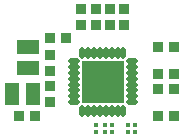
<source format=gts>
G04*
G04 #@! TF.GenerationSoftware,Altium Limited,Altium Designer,25.5.2 (35)*
G04*
G04 Layer_Color=8388736*
%FSLAX24Y24*%
%MOIN*%
G70*
G04*
G04 #@! TF.SameCoordinates,10BE4CE9-2312-42DA-BD6A-6239ED57E976*
G04*
G04*
G04 #@! TF.FilePolarity,Negative*
G04*
G01*
G75*
%ADD25R,0.0355X0.0375*%
%ADD26O,0.0178X0.0395*%
%ADD27R,0.0178X0.0166*%
%ADD28R,0.0375X0.0355*%
%ADD29R,0.1438X0.1438*%
%ADD30O,0.0395X0.0178*%
%ADD31R,0.0157X0.0146*%
%ADD32R,0.0777X0.0505*%
%ADD33R,0.0505X0.0777*%
D25*
X1850Y1142D02*
D03*
X2382D02*
D03*
Y-1142D02*
D03*
X1850D02*
D03*
X-1742Y1437D02*
D03*
X-1211D02*
D03*
X-2244Y-1142D02*
D03*
X-2776D02*
D03*
X2382Y-246D02*
D03*
X1850D02*
D03*
X2382Y246D02*
D03*
X1850D02*
D03*
D26*
X98Y965D02*
D03*
X-295D02*
D03*
X-689Y-965D02*
D03*
X-492D02*
D03*
X-295D02*
D03*
X-98D02*
D03*
X98D02*
D03*
X295D02*
D03*
X492D02*
D03*
X689D02*
D03*
Y965D02*
D03*
X492D02*
D03*
X295D02*
D03*
X-98D02*
D03*
X-492D02*
D03*
X-689D02*
D03*
D27*
X315Y-1463D02*
D03*
Y-1687D02*
D03*
X79Y-1463D02*
D03*
Y-1687D02*
D03*
X1063D02*
D03*
Y-1463D02*
D03*
X827D02*
D03*
Y-1687D02*
D03*
D28*
X236Y2431D02*
D03*
Y1900D02*
D03*
X709Y2431D02*
D03*
Y1900D02*
D03*
X-236Y2431D02*
D03*
Y1900D02*
D03*
X-709Y2431D02*
D03*
Y1900D02*
D03*
X-1742Y344D02*
D03*
Y876D02*
D03*
Y-148D02*
D03*
Y-679D02*
D03*
D29*
X-0Y0D02*
D03*
D30*
X-965Y689D02*
D03*
Y492D02*
D03*
Y295D02*
D03*
Y98D02*
D03*
Y-98D02*
D03*
Y-295D02*
D03*
Y-492D02*
D03*
Y-689D02*
D03*
X965D02*
D03*
Y-492D02*
D03*
Y-295D02*
D03*
Y-98D02*
D03*
Y98D02*
D03*
Y295D02*
D03*
Y492D02*
D03*
Y689D02*
D03*
D31*
X-236Y-1463D02*
D03*
Y-1687D02*
D03*
D32*
X-2480Y1146D02*
D03*
Y449D02*
D03*
D33*
X-2329Y-404D02*
D03*
X-3026D02*
D03*
M02*

</source>
